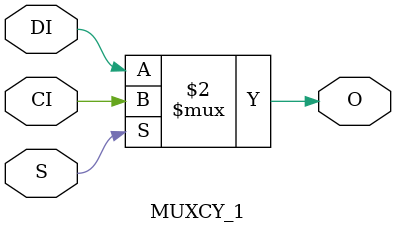
<source format=v>
module MUXCY_1 (S,CI,DI,O);
input S,CI,DI;
output O;
reg O;
always @* begin #0.1; O = (S) ? CI : DI; end
endmodule
</source>
